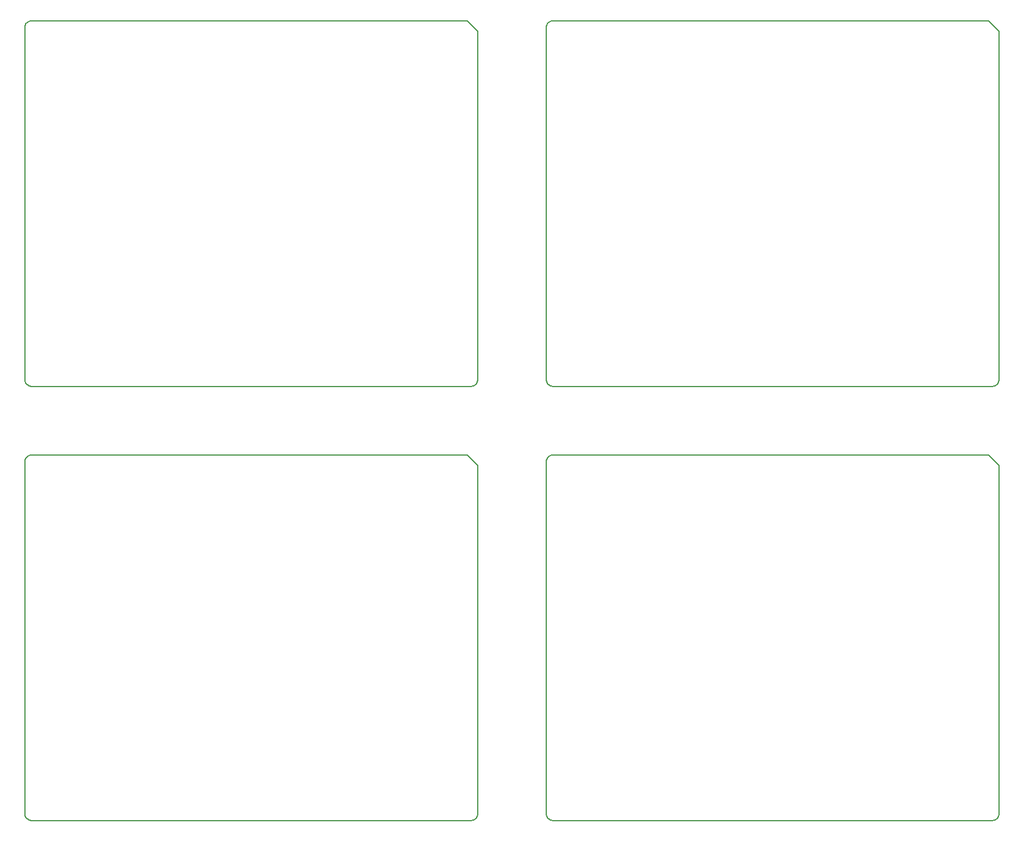
<source format=gbr>
G04 DipTrace 2.4.0.2*
%INBoardOutline.gbr*%
%MOIN*%
%ADD11C,0.0055*%
%FSLAX44Y44*%
G04*
G70*
G90*
G75*
G01*
%LNBoardOutline*%
%LPD*%
X3940Y24546D2*
D11*
X3942Y24588D1*
X3949Y24628D1*
X3959Y24668D1*
X3974Y24707D1*
X3993Y24743D1*
X4015Y24778D1*
X4041Y24810D1*
X4070Y24839D1*
X4102Y24865D1*
X4137Y24887D1*
X4174Y24906D1*
X4212Y24921D1*
X4252Y24932D1*
X4293Y24938D1*
X4334Y24940D1*
X29340D1*
X29940Y24340D1*
Y19840D1*
Y18940D1*
Y4940D1*
Y4334D1*
X29938Y4293D1*
X29932Y4252D1*
X29921Y4212D1*
X29906Y4174D1*
X29887Y4137D1*
X29865Y4102D1*
X29839Y4070D1*
X29810Y4041D1*
X29778Y4015D1*
X29743Y3993D1*
X29707Y3974D1*
X29668Y3959D1*
X29628Y3949D1*
X29588Y3942D1*
X29546Y3940D1*
X4334D1*
X4293Y3942D1*
X4252Y3949D1*
X4212Y3959D1*
X4174Y3974D1*
X4137Y3993D1*
X4102Y4015D1*
X4070Y4041D1*
X4041Y4070D1*
X4015Y4102D1*
X3993Y4137D1*
X3974Y4174D1*
X3959Y4212D1*
X3949Y4252D1*
X3942Y4293D1*
X3940Y4334D1*
Y24546D1*
X33877D2*
X33879Y24588D1*
X33886Y24628D1*
X33896Y24668D1*
X33911Y24707D1*
X33930Y24743D1*
X33952Y24778D1*
X33978Y24810D1*
X34007Y24839D1*
X34039Y24865D1*
X34074Y24887D1*
X34111Y24906D1*
X34149Y24921D1*
X34189Y24932D1*
X34230Y24938D1*
X34271Y24940D1*
X59277D1*
X59877Y24340D1*
Y19840D1*
Y18940D1*
Y4940D1*
Y4334D1*
X59875Y4293D1*
X59869Y4252D1*
X59858Y4212D1*
X59843Y4174D1*
X59824Y4137D1*
X59802Y4102D1*
X59776Y4070D1*
X59747Y4041D1*
X59715Y4015D1*
X59680Y3993D1*
X59644Y3974D1*
X59605Y3959D1*
X59565Y3949D1*
X59525Y3942D1*
X59483Y3940D1*
X34271D1*
X34230Y3942D1*
X34189Y3949D1*
X34149Y3959D1*
X34111Y3974D1*
X34074Y3993D1*
X34039Y4015D1*
X34007Y4041D1*
X33978Y4070D1*
X33952Y4102D1*
X33930Y4137D1*
X33911Y4174D1*
X33896Y4212D1*
X33886Y4252D1*
X33879Y4293D1*
X33877Y4334D1*
Y24546D1*
X3940Y49483D2*
X3942Y49525D1*
X3949Y49565D1*
X3959Y49605D1*
X3974Y49644D1*
X3993Y49680D1*
X4015Y49715D1*
X4041Y49747D1*
X4070Y49776D1*
X4102Y49802D1*
X4137Y49824D1*
X4174Y49843D1*
X4212Y49858D1*
X4252Y49869D1*
X4293Y49875D1*
X4334Y49877D1*
X29340D1*
X29940Y49277D1*
Y44777D1*
Y43877D1*
Y29877D1*
Y29271D1*
X29938Y29230D1*
X29932Y29189D1*
X29921Y29149D1*
X29906Y29111D1*
X29887Y29074D1*
X29865Y29039D1*
X29839Y29007D1*
X29810Y28978D1*
X29778Y28952D1*
X29743Y28930D1*
X29707Y28911D1*
X29668Y28896D1*
X29628Y28886D1*
X29588Y28879D1*
X29546Y28877D1*
X4334D1*
X4293Y28879D1*
X4252Y28886D1*
X4212Y28896D1*
X4174Y28911D1*
X4137Y28930D1*
X4102Y28952D1*
X4070Y28978D1*
X4041Y29007D1*
X4015Y29039D1*
X3993Y29074D1*
X3974Y29111D1*
X3959Y29149D1*
X3949Y29189D1*
X3942Y29230D1*
X3940Y29271D1*
Y49483D1*
X33877D2*
X33879Y49525D1*
X33886Y49565D1*
X33896Y49605D1*
X33911Y49644D1*
X33930Y49680D1*
X33952Y49715D1*
X33978Y49747D1*
X34007Y49776D1*
X34039Y49802D1*
X34074Y49824D1*
X34111Y49843D1*
X34149Y49858D1*
X34189Y49869D1*
X34230Y49875D1*
X34271Y49877D1*
X59277D1*
X59877Y49277D1*
Y44777D1*
Y43877D1*
Y29877D1*
Y29271D1*
X59875Y29230D1*
X59869Y29189D1*
X59858Y29149D1*
X59843Y29111D1*
X59824Y29074D1*
X59802Y29039D1*
X59776Y29007D1*
X59747Y28978D1*
X59715Y28952D1*
X59680Y28930D1*
X59644Y28911D1*
X59605Y28896D1*
X59565Y28886D1*
X59525Y28879D1*
X59483Y28877D1*
X34271D1*
X34230Y28879D1*
X34189Y28886D1*
X34149Y28896D1*
X34111Y28911D1*
X34074Y28930D1*
X34039Y28952D1*
X34007Y28978D1*
X33978Y29007D1*
X33952Y29039D1*
X33930Y29074D1*
X33911Y29111D1*
X33896Y29149D1*
X33886Y29189D1*
X33879Y29230D1*
X33877Y29271D1*
Y49483D1*
M02*

</source>
